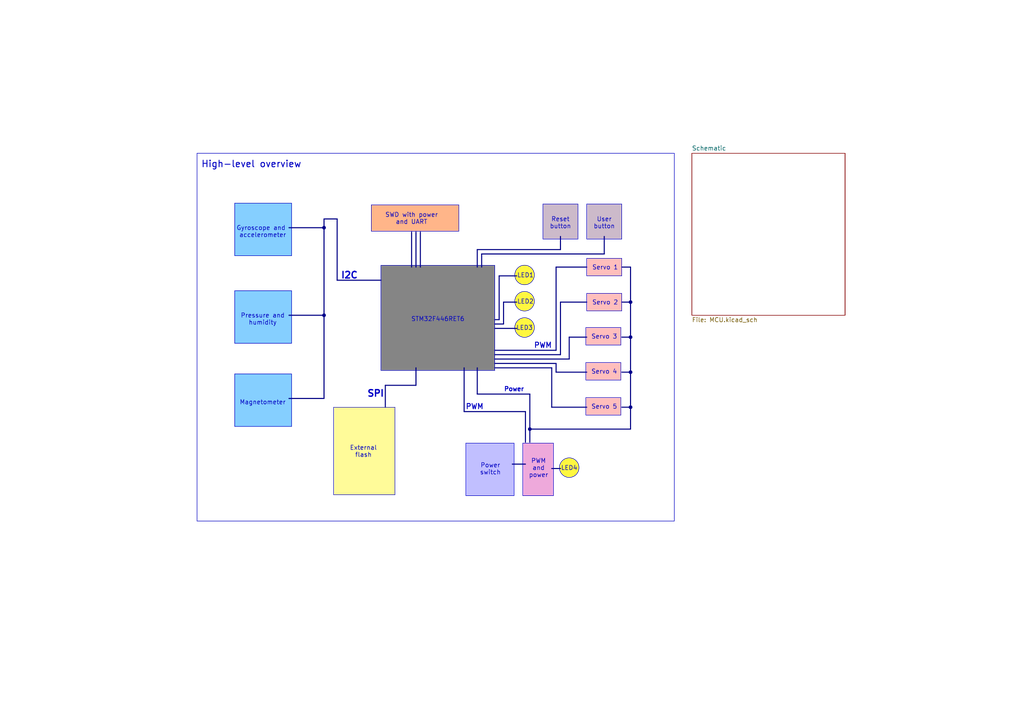
<source format=kicad_sch>
(kicad_sch
	(version 20250114)
	(generator "eeschema")
	(generator_version "9.0")
	(uuid "d80510cd-8677-4100-826a-dea5fdab36f5")
	(paper "A4")
	(title_block
		(title "Flight controller")
		(date "2025-08-13")
		(rev "1")
		(company "Majki")
	)
	(lib_symbols)
	(circle
		(center 152.146 94.996)
		(radius 2.8398)
		(stroke
			(width 0)
			(type solid)
		)
		(fill
			(type color)
			(color 255 247 63 1)
		)
		(uuid 05203edd-4a24-459f-893a-47a9f9549a27)
	)
	(rectangle
		(start 135.128 128.524)
		(end 149.098 143.764)
		(stroke
			(width 0)
			(type solid)
		)
		(fill
			(type color)
			(color 193 191 255 1)
		)
		(uuid 14c21f26-a767-4bb0-9e8e-674174947456)
	)
	(rectangle
		(start 68.072 58.928)
		(end 84.582 74.168)
		(stroke
			(width 0)
			(type solid)
		)
		(fill
			(type color)
			(color 100 193 255 0.78)
		)
		(uuid 17904b8a-5ae8-4698-96c9-a086f80eaf8e)
	)
	(rectangle
		(start 170.18 85.09)
		(end 180.34 90.17)
		(stroke
			(width 0)
			(type solid)
		)
		(fill
			(type color)
			(color 255 190 188 1)
		)
		(uuid 20026207-32cf-4ab1-b4f5-c3c8648b72e3)
	)
	(rectangle
		(start 107.696 59.436)
		(end 133.096 67.056)
		(stroke
			(width 0)
			(type solid)
		)
		(fill
			(type color)
			(color 255 181 137 1)
		)
		(uuid 2b20c04c-3e3d-4d52-a58f-e18230f3f17e)
	)
	(rectangle
		(start 68.072 84.328)
		(end 84.582 99.568)
		(stroke
			(width 0)
			(type solid)
		)
		(fill
			(type color)
			(color 100 193 255 0.78)
		)
		(uuid 39932c12-889c-4569-bb30-da6577d620f5)
	)
	(rectangle
		(start 169.926 94.996)
		(end 180.086 100.076)
		(stroke
			(width 0)
			(type solid)
		)
		(fill
			(type color)
			(color 255 190 188 1)
		)
		(uuid 3a55075d-8285-4c00-b8cd-df8bd9c57be2)
	)
	(circle
		(center 152.146 79.756)
		(radius 2.8398)
		(stroke
			(width 0)
			(type solid)
		)
		(fill
			(type color)
			(color 255 247 63 1)
		)
		(uuid 667dff4e-8095-4727-b9c7-2a69399babfc)
	)
	(circle
		(center 165.1 135.636)
		(radius 2.8398)
		(stroke
			(width 0)
			(type solid)
		)
		(fill
			(type color)
			(color 255 247 63 1)
		)
		(uuid 6960fb7f-d6e3-46e3-93d1-269e15ec0e24)
	)
	(rectangle
		(start 68.072 108.458)
		(end 84.582 123.698)
		(stroke
			(width 0)
			(type solid)
		)
		(fill
			(type color)
			(color 100 193 255 0.78)
		)
		(uuid 7c0239b7-546b-4527-8e6c-9fa777c1ff90)
	)
	(rectangle
		(start 170.18 59.182)
		(end 180.34 69.342)
		(stroke
			(width 0)
			(type solid)
		)
		(fill
			(type color)
			(color 204 186 202 1)
		)
		(uuid 85b965ef-3d28-4143-938b-e579f8174237)
	)
	(rectangle
		(start 157.48 59.182)
		(end 167.64 69.342)
		(stroke
			(width 0)
			(type solid)
		)
		(fill
			(type color)
			(color 204 186 202 1)
		)
		(uuid a1ea6e97-e7a1-4127-84e4-c7921277baad)
	)
	(rectangle
		(start 151.638 128.524)
		(end 160.528 143.764)
		(stroke
			(width 0)
			(type solid)
		)
		(fill
			(type color)
			(color 238 169 219 1)
		)
		(uuid a1f63b54-b9fd-461d-ba05-97787e2db8c5)
	)
	(rectangle
		(start 169.926 105.156)
		(end 180.086 110.236)
		(stroke
			(width 0)
			(type solid)
		)
		(fill
			(type color)
			(color 255 190 188 1)
		)
		(uuid ab88b012-3705-4067-b35d-9d871d559638)
	)
	(circle
		(center 152.146 87.376)
		(radius 2.8398)
		(stroke
			(width 0)
			(type solid)
		)
		(fill
			(type color)
			(color 255 247 63 1)
		)
		(uuid b633cbca-5475-4619-9068-9a791c5acb58)
	)
	(rectangle
		(start 170.18 74.93)
		(end 180.34 80.01)
		(stroke
			(width 0)
			(type solid)
		)
		(fill
			(type color)
			(color 255 190 188 1)
		)
		(uuid c97b7d48-334d-47a4-b66e-e48b069f4014)
	)
	(rectangle
		(start 96.774 118.11)
		(end 114.554 143.51)
		(stroke
			(width 0)
			(type solid)
		)
		(fill
			(type color)
			(color 255 251 153 1)
		)
		(uuid cdb1d9ac-3b63-4e81-9612-095731f9d5ae)
	)
	(rectangle
		(start 57.15 44.45)
		(end 195.58 151.13)
		(stroke
			(width 0)
			(type default)
		)
		(fill
			(type none)
		)
		(uuid d1560458-8407-4948-9586-f453f6f608fa)
	)
	(rectangle
		(start 110.49 76.962)
		(end 143.51 107.442)
		(stroke
			(width 0)
			(type solid)
		)
		(fill
			(type color)
			(color 133 133 133 1)
		)
		(uuid dc96428f-66e9-4fb6-9650-c59fa5cfe073)
	)
	(rectangle
		(start 169.926 115.316)
		(end 180.086 120.396)
		(stroke
			(width 0)
			(type solid)
		)
		(fill
			(type color)
			(color 255 190 188 1)
		)
		(uuid e18c6e02-7048-47b7-a5b3-4f463c974311)
	)
	(text "I2C"
		(exclude_from_sim no)
		(at 101.346 80.01 0)
		(effects
			(font
				(size 1.905 1.905)
				(thickness 0.381)
				(bold yes)
			)
		)
		(uuid "05b7240e-2298-4697-bdea-f6b39f689f7f")
	)
	(text "PWM"
		(exclude_from_sim no)
		(at 157.48 100.33 0)
		(effects
			(font
				(size 1.524 1.524)
				(thickness 0.254)
				(bold yes)
			)
		)
		(uuid "186b1178-f968-4a44-859e-45dd8287d4ab")
	)
	(text "Servo 4"
		(exclude_from_sim no)
		(at 175.26 107.95 0)
		(effects
			(font
				(size 1.27 1.27)
			)
		)
		(uuid "1b97f276-9128-4274-a043-a06f68a8b5e5")
	)
	(text "Magnetometer"
		(exclude_from_sim no)
		(at 76.2 116.84 0)
		(effects
			(font
				(size 1.27 1.27)
			)
		)
		(uuid "23283a6e-cd74-4adf-b9e4-40d9335f4256")
	)
	(text "Servo 5"
		(exclude_from_sim no)
		(at 175.26 118.11 0)
		(effects
			(font
				(size 1.27 1.27)
			)
		)
		(uuid "27ca2fb3-2251-40fa-a134-feb97ee34001")
	)
	(text "External\nflash\n"
		(exclude_from_sim no)
		(at 105.41 131.064 0)
		(effects
			(font
				(size 1.27 1.27)
			)
		)
		(uuid "31fb140c-fd25-4352-bb73-6fd2b881c8da")
	)
	(text "Servo 3"
		(exclude_from_sim no)
		(at 175.26 97.79 0)
		(effects
			(font
				(size 1.27 1.27)
			)
		)
		(uuid "37fd9821-ba4f-460b-a068-9a779f4a00b0")
	)
	(text "User\nbutton"
		(exclude_from_sim no)
		(at 175.26 64.77 0)
		(effects
			(font
				(size 1.27 1.27)
			)
		)
		(uuid "3e4ca4cf-e006-413a-a97f-3ca0afab3371")
	)
	(text "LED1\n"
		(exclude_from_sim no)
		(at 152.4 80.01 0)
		(effects
			(font
				(size 1.27 1.27)
			)
		)
		(uuid "43d65357-9cdd-41b5-98dc-0b3ad9dd4773")
	)
	(text "LED4"
		(exclude_from_sim no)
		(at 165.1 135.89 0)
		(effects
			(font
				(size 1.27 1.27)
			)
		)
		(uuid "4aa29848-d8b0-4c60-b17b-8799ae275d4e")
	)
	(text "Pressure and\nhumidity\n"
		(exclude_from_sim no)
		(at 76.2 92.71 0)
		(effects
			(font
				(size 1.27 1.27)
			)
		)
		(uuid "4d129da4-2afb-4841-8a41-59802cd98841")
	)
	(text "LED3"
		(exclude_from_sim no)
		(at 152.146 95.25 0)
		(effects
			(font
				(size 1.27 1.27)
			)
		)
		(uuid "4f134187-9120-4b04-b633-ad89b84d0cdd")
	)
	(text "Power"
		(exclude_from_sim no)
		(at 149.098 113.03 0)
		(effects
			(font
				(size 1.27 1.27)
				(thickness 0.254)
				(bold yes)
			)
		)
		(uuid "558b0dca-63d3-4c84-b637-8516a07e195f")
	)
	(text "SPI"
		(exclude_from_sim no)
		(at 108.966 114.3 0)
		(effects
			(font
				(size 1.905 1.905)
				(thickness 0.381)
				(bold yes)
			)
		)
		(uuid "703fab2a-0f87-4ac9-a617-21add22b552d")
	)
	(text "Servo 1"
		(exclude_from_sim no)
		(at 175.514 77.724 0)
		(effects
			(font
				(size 1.27 1.27)
			)
		)
		(uuid "732b0cdf-3c83-4fed-83f6-c6bc7fe9b07a")
	)
	(text "High-level overview"
		(exclude_from_sim no)
		(at 72.898 47.752 0)
		(effects
			(font
				(size 1.905 1.905)
				(thickness 0.254)
				(bold yes)
			)
		)
		(uuid "7a4514eb-a860-4f7c-b93f-820a66132755")
	)
	(text "Power\nswitch"
		(exclude_from_sim no)
		(at 142.24 136.144 0)
		(effects
			(font
				(size 1.27 1.27)
			)
		)
		(uuid "7bfc2011-76d1-4546-9dc4-94c5c0ab2398")
	)
	(text "Reset\nbutton"
		(exclude_from_sim no)
		(at 162.56 64.77 0)
		(effects
			(font
				(size 1.27 1.27)
			)
		)
		(uuid "813837a3-e9d9-4535-b74f-ec5f248dd34c")
	)
	(text "LED2\n"
		(exclude_from_sim no)
		(at 152.4 87.63 0)
		(effects
			(font
				(size 1.27 1.27)
			)
		)
		(uuid "96498dff-be06-47e7-acb0-668dc7b76758")
	)
	(text "Gyroscope and \naccelerometer"
		(exclude_from_sim no)
		(at 76.2 67.31 0)
		(effects
			(font
				(size 1.27 1.27)
			)
		)
		(uuid "ab019a20-643d-4445-9fa5-3ce27870f28a")
	)
	(text "PWM\nand\npower"
		(exclude_from_sim no)
		(at 156.21 135.89 0)
		(effects
			(font
				(size 1.27 1.27)
			)
		)
		(uuid "c4c044fc-d608-4fc3-a537-10bb4470d1a3")
	)
	(text "PWM"
		(exclude_from_sim no)
		(at 137.668 118.11 0)
		(effects
			(font
				(size 1.524 1.524)
				(thickness 0.254)
				(bold yes)
			)
		)
		(uuid "c9de6819-543e-4028-a5f9-9fb9e9fbdbd9")
	)
	(text "SWD with power\nand UART\n"
		(exclude_from_sim no)
		(at 119.38 63.5 0)
		(effects
			(font
				(size 1.27 1.27)
			)
		)
		(uuid "cdbae093-0b52-4af2-af7a-76f95a5c2fc9")
	)
	(text "Servo 2"
		(exclude_from_sim no)
		(at 175.514 87.884 0)
		(effects
			(font
				(size 1.27 1.27)
			)
		)
		(uuid "f1bc4300-891c-438c-a477-f172515a28f2")
	)
	(text "STM32F446RET6"
		(exclude_from_sim no)
		(at 127 92.71 0)
		(effects
			(font
				(size 1.27 1.27)
			)
		)
		(uuid "fb605811-a7a2-41f8-8f0c-9134a0263005")
	)
	(junction
		(at 182.88 87.63)
		(diameter 0)
		(color 0 0 0 0)
		(uuid "11042f15-ab2f-4eae-a4c7-7d10ad7e756e")
	)
	(junction
		(at 93.98 91.44)
		(diameter 0)
		(color 0 0 0 0)
		(uuid "3a6c124c-278d-455d-ac74-268c4c006f71")
	)
	(junction
		(at 182.88 107.95)
		(diameter 0)
		(color 0 0 0 0)
		(uuid "43760fa2-852d-448d-866f-64b67087dc25")
	)
	(junction
		(at 182.88 118.11)
		(diameter 0)
		(color 0 0 0 0)
		(uuid "458c5771-cbcd-4b44-a512-301e19698ac1")
	)
	(junction
		(at 153.67 124.46)
		(diameter 0)
		(color 0 0 0 0)
		(uuid "5758756c-fa34-48da-899d-defc00e466da")
	)
	(junction
		(at 93.98 66.04)
		(diameter 0)
		(color 0 0 0 0)
		(uuid "659f0d78-9329-4fa3-98a8-db968b1e3f44")
	)
	(junction
		(at 182.88 97.79)
		(diameter 0)
		(color 0 0 0 0)
		(uuid "d1879a02-0ef8-4b11-aa67-f3ffbff4101d")
	)
	(bus
		(pts
			(xy 138.43 72.39) (xy 138.43 77.47)
		)
		(stroke
			(width 0)
			(type default)
		)
		(uuid "15fb1781-4817-4919-8754-1b7514eda611")
	)
	(bus
		(pts
			(xy 134.62 106.68) (xy 134.62 119.38)
		)
		(stroke
			(width 0)
			(type default)
		)
		(uuid "177c8e50-c587-469b-b7d6-6f02b12763f7")
	)
	(bus
		(pts
			(xy 152.4 119.38) (xy 152.4 128.27)
		)
		(stroke
			(width 0)
			(type default)
		)
		(uuid "1b2a189c-75f1-402d-8dc9-109191f12d85")
	)
	(bus
		(pts
			(xy 138.43 106.68) (xy 138.43 114.3)
		)
		(stroke
			(width 0)
			(type default)
		)
		(uuid "1bd0bbd2-2538-4eef-8bbc-64acbd56a05b")
	)
	(bus
		(pts
			(xy 146.05 87.63) (xy 146.05 93.98)
		)
		(stroke
			(width 0)
			(type default)
		)
		(uuid "1e19b47b-22f0-4504-b505-c7d425d8ac32")
	)
	(bus
		(pts
			(xy 170.18 107.95) (xy 161.29 107.95)
		)
		(stroke
			(width 0)
			(type default)
		)
		(uuid "21588fbf-b04f-4c70-9d6e-42b043ca1ba8")
	)
	(bus
		(pts
			(xy 152.4 119.38) (xy 134.62 119.38)
		)
		(stroke
			(width 0)
			(type default)
		)
		(uuid "2270ba54-3f89-4061-85fe-d661013b007e")
	)
	(bus
		(pts
			(xy 97.79 63.5) (xy 97.79 81.28)
		)
		(stroke
			(width 0)
			(type default)
		)
		(uuid "28530282-7e85-4add-8262-74826de8e160")
	)
	(bus
		(pts
			(xy 120.65 106.68) (xy 120.65 111.76)
		)
		(stroke
			(width 0)
			(type default)
		)
		(uuid "29552fed-b9ac-4fa2-9126-131728e68d35")
	)
	(bus
		(pts
			(xy 143.51 106.68) (xy 160.02 106.68)
		)
		(stroke
			(width 0)
			(type default)
		)
		(uuid "2ddbe0d9-9727-42b8-80dd-a2f1a949647a")
	)
	(bus
		(pts
			(xy 97.79 81.28) (xy 110.49 81.28)
		)
		(stroke
			(width 0)
			(type default)
		)
		(uuid "2e2a9ee5-6222-471c-9e8e-d746fc535578")
	)
	(bus
		(pts
			(xy 180.34 118.11) (xy 182.88 118.11)
		)
		(stroke
			(width 0)
			(type default)
		)
		(uuid "301031c1-571e-4681-84a3-6b7ec8605c8d")
	)
	(bus
		(pts
			(xy 170.18 118.11) (xy 160.02 118.11)
		)
		(stroke
			(width 0)
			(type default)
		)
		(uuid "352f040a-7735-4ebd-8077-380ec89e7c6e")
	)
	(bus
		(pts
			(xy 153.67 124.46) (xy 153.67 114.3)
		)
		(stroke
			(width 0)
			(type default)
		)
		(uuid "37bf9930-6fb7-4173-9667-f4764ebb536c")
	)
	(bus
		(pts
			(xy 182.88 107.95) (xy 182.88 97.79)
		)
		(stroke
			(width 0)
			(type default)
		)
		(uuid "3b5bbbae-f4c1-434b-b73a-39d37ecb84b2")
	)
	(bus
		(pts
			(xy 83.82 91.44) (xy 93.98 91.44)
		)
		(stroke
			(width 0)
			(type default)
		)
		(uuid "3d65eaf2-333c-4f84-856b-10c1ef9877ed")
	)
	(bus
		(pts
			(xy 143.51 93.98) (xy 146.05 93.98)
		)
		(stroke
			(width 0)
			(type default)
		)
		(uuid "3ee71b48-0f49-4f4e-970b-1c9ef7575b95")
	)
	(bus
		(pts
			(xy 148.59 134.62) (xy 152.4 134.62)
		)
		(stroke
			(width 0)
			(type default)
		)
		(uuid "47b99dd8-5714-4905-b42a-442f59f2cdc7")
	)
	(bus
		(pts
			(xy 143.51 105.41) (xy 161.29 105.41)
		)
		(stroke
			(width 0)
			(type default)
		)
		(uuid "4c30f24c-a2ab-42af-9b44-0e5e31b996f0")
	)
	(bus
		(pts
			(xy 161.29 107.95) (xy 161.29 105.41)
		)
		(stroke
			(width 0)
			(type default)
		)
		(uuid "4e8e56f4-5417-4732-ba8c-cee0321c31e5")
	)
	(bus
		(pts
			(xy 149.86 87.63) (xy 146.05 87.63)
		)
		(stroke
			(width 0)
			(type default)
		)
		(uuid "549b8df4-8b2f-49aa-abc9-06cbec565c25")
	)
	(bus
		(pts
			(xy 143.51 95.25) (xy 149.86 95.25)
		)
		(stroke
			(width 0)
			(type default)
		)
		(uuid "5bae08b0-93ff-46cb-96d0-828e98869ff5")
	)
	(bus
		(pts
			(xy 83.82 66.04) (xy 93.98 66.04)
		)
		(stroke
			(width 0)
			(type default)
		)
		(uuid "5e1fe91e-d9e0-4ac2-8810-85738c9745c1")
	)
	(bus
		(pts
			(xy 182.88 118.11) (xy 182.88 107.95)
		)
		(stroke
			(width 0)
			(type default)
		)
		(uuid "5ec84faf-d9f2-449e-bbe0-5eb0927d3e6a")
	)
	(bus
		(pts
			(xy 165.1 97.79) (xy 165.1 104.14)
		)
		(stroke
			(width 0)
			(type default)
		)
		(uuid "5f47be43-2598-434b-9b4b-db4cf60229a4")
	)
	(bus
		(pts
			(xy 111.76 118.11) (xy 111.76 111.76)
		)
		(stroke
			(width 0)
			(type default)
		)
		(uuid "67250082-6f87-4870-be6b-ab1b4a03c443")
	)
	(bus
		(pts
			(xy 83.82 115.57) (xy 93.98 115.57)
		)
		(stroke
			(width 0)
			(type default)
		)
		(uuid "709009b3-8b13-4c8e-a740-1647aa9c7c58")
	)
	(bus
		(pts
			(xy 161.29 77.47) (xy 161.29 101.6)
		)
		(stroke
			(width 0)
			(type default)
		)
		(uuid "7ee8bb5b-d624-43a8-8385-781a60728b18")
	)
	(bus
		(pts
			(xy 121.92 67.31) (xy 121.92 77.47)
		)
		(stroke
			(width 0)
			(type default)
		)
		(uuid "832d06dc-74ae-420a-b9ed-50799b727ff3")
	)
	(bus
		(pts
			(xy 153.67 124.46) (xy 182.88 124.46)
		)
		(stroke
			(width 0)
			(type default)
		)
		(uuid "8c0bf305-a4dd-4e78-a51c-64d07a6bea89")
	)
	(bus
		(pts
			(xy 149.86 80.01) (xy 144.78 80.01)
		)
		(stroke
			(width 0)
			(type default)
		)
		(uuid "8f5ecb2b-a254-493c-87f6-faf110220b17")
	)
	(bus
		(pts
			(xy 119.38 67.31) (xy 119.38 77.47)
		)
		(stroke
			(width 0)
			(type default)
		)
		(uuid "9120e295-639b-4d39-89da-c52bbae0ac1d")
	)
	(bus
		(pts
			(xy 182.88 87.63) (xy 182.88 77.47)
		)
		(stroke
			(width 0)
			(type default)
		)
		(uuid "943b2b2b-db8a-477d-9e88-2d3d1cdac97c")
	)
	(bus
		(pts
			(xy 120.65 67.31) (xy 120.65 77.47)
		)
		(stroke
			(width 0)
			(type default)
		)
		(uuid "9a001265-e415-42d3-b1be-945480ef50a2")
	)
	(bus
		(pts
			(xy 143.51 102.87) (xy 162.56 102.87)
		)
		(stroke
			(width 0)
			(type default)
		)
		(uuid "9a58c118-14aa-41b4-a063-d5f1a0749799")
	)
	(bus
		(pts
			(xy 182.88 124.46) (xy 182.88 118.11)
		)
		(stroke
			(width 0)
			(type default)
		)
		(uuid "9b585cd2-3628-4663-9565-b2c1dfd4bd2b")
	)
	(bus
		(pts
			(xy 143.51 92.71) (xy 144.78 92.71)
		)
		(stroke
			(width 0)
			(type default)
		)
		(uuid "a0c2c6a6-9556-4f9d-ba33-528e5e7aa41c")
	)
	(bus
		(pts
			(xy 182.88 97.79) (xy 182.88 87.63)
		)
		(stroke
			(width 0)
			(type default)
		)
		(uuid "a0cc1c1e-e87d-45ef-9be6-abc8d817a73f")
	)
	(bus
		(pts
			(xy 175.26 68.58) (xy 175.26 73.66)
		)
		(stroke
			(width 0)
			(type default)
		)
		(uuid "a5a6b402-82f0-4df0-9037-b018e47ea20a")
	)
	(bus
		(pts
			(xy 143.51 101.6) (xy 161.29 101.6)
		)
		(stroke
			(width 0)
			(type default)
		)
		(uuid "a683d033-008d-47db-8564-1681628c3ed4")
	)
	(bus
		(pts
			(xy 160.02 118.11) (xy 160.02 106.68)
		)
		(stroke
			(width 0)
			(type default)
		)
		(uuid "a8bb86af-563c-4b1f-89a9-b8ae523dc01e")
	)
	(bus
		(pts
			(xy 180.34 77.47) (xy 182.88 77.47)
		)
		(stroke
			(width 0)
			(type default)
		)
		(uuid "ad8e0be0-d7ae-49ef-ad7b-d04ce6689551")
	)
	(bus
		(pts
			(xy 175.26 73.66) (xy 139.7 73.66)
		)
		(stroke
			(width 0)
			(type default)
		)
		(uuid "b814282d-f979-4019-a83d-ae1eba034ef4")
	)
	(bus
		(pts
			(xy 170.18 87.63) (xy 162.56 87.63)
		)
		(stroke
			(width 0)
			(type default)
		)
		(uuid "b9b51824-c5e3-44ac-8243-502b0fec8f61")
	)
	(bus
		(pts
			(xy 180.34 107.95) (xy 182.88 107.95)
		)
		(stroke
			(width 0)
			(type default)
		)
		(uuid "bc98d438-227c-4c89-8b0c-c4e7700af0dc")
	)
	(bus
		(pts
			(xy 143.51 104.14) (xy 165.1 104.14)
		)
		(stroke
			(width 0)
			(type default)
		)
		(uuid "bf374064-0494-4c6c-ba5b-fd03f54fa565")
	)
	(bus
		(pts
			(xy 144.78 80.01) (xy 144.78 92.71)
		)
		(stroke
			(width 0)
			(type default)
		)
		(uuid "c651dd8d-040a-4bb7-84b3-7db00a021546")
	)
	(bus
		(pts
			(xy 162.56 87.63) (xy 162.56 102.87)
		)
		(stroke
			(width 0)
			(type default)
		)
		(uuid "cca2ff15-bce2-4d77-89a3-440f4dffec04")
	)
	(bus
		(pts
			(xy 170.18 97.79) (xy 165.1 97.79)
		)
		(stroke
			(width 0)
			(type default)
		)
		(uuid "d3209eb0-382f-459c-b232-a0de54257814")
	)
	(bus
		(pts
			(xy 153.67 114.3) (xy 138.43 114.3)
		)
		(stroke
			(width 0)
			(type default)
		)
		(uuid "d680dfb9-0d71-4c73-a22a-77f818e38283")
	)
	(bus
		(pts
			(xy 162.56 72.39) (xy 138.43 72.39)
		)
		(stroke
			(width 0)
			(type default)
		)
		(uuid "d6ef3718-8ec8-4720-aef9-2370a8a3603c")
	)
	(bus
		(pts
			(xy 93.98 91.44) (xy 93.98 115.57)
		)
		(stroke
			(width 0)
			(type default)
		)
		(uuid "db51df08-1710-4f6e-9221-18c4494280d9")
	)
	(bus
		(pts
			(xy 139.7 73.66) (xy 139.7 77.47)
		)
		(stroke
			(width 0)
			(type default)
		)
		(uuid "dc8b43bb-7de1-4163-bea2-8e093c0a1e07")
	)
	(bus
		(pts
			(xy 160.02 135.89) (xy 162.56 135.89)
		)
		(stroke
			(width 0)
			(type default)
		)
		(uuid "dcb8add4-cf52-422d-9ad5-91fa4eeb89b9")
	)
	(bus
		(pts
			(xy 180.34 87.63) (xy 182.88 87.63)
		)
		(stroke
			(width 0)
			(type default)
		)
		(uuid "dd547218-e458-41e3-a7ce-51a73a9b18e8")
	)
	(bus
		(pts
			(xy 93.98 66.04) (xy 93.98 91.44)
		)
		(stroke
			(width 0)
			(type default)
		)
		(uuid "ded06372-50d6-4790-9903-190891a58884")
	)
	(bus
		(pts
			(xy 111.76 111.76) (xy 120.65 111.76)
		)
		(stroke
			(width 0)
			(type default)
		)
		(uuid "e7f7038a-6f47-4d0b-9e5b-7c221672a4d1")
	)
	(bus
		(pts
			(xy 93.98 66.04) (xy 93.98 63.5)
		)
		(stroke
			(width 0)
			(type default)
		)
		(uuid "f04e3a2c-c8ee-4d03-a178-f74f9f05b315")
	)
	(bus
		(pts
			(xy 170.18 77.47) (xy 161.29 77.47)
		)
		(stroke
			(width 0)
			(type default)
		)
		(uuid "f08ccef8-6484-4691-ac44-97c5df310c14")
	)
	(bus
		(pts
			(xy 180.34 97.79) (xy 182.88 97.79)
		)
		(stroke
			(width 0)
			(type default)
		)
		(uuid "f49d0c66-a441-4dd2-8286-64355b8d797c")
	)
	(bus
		(pts
			(xy 93.98 63.5) (xy 97.79 63.5)
		)
		(stroke
			(width 0)
			(type default)
		)
		(uuid "f8e86beb-1e1f-4b77-9dce-82a43c3efbb9")
	)
	(bus
		(pts
			(xy 153.67 128.27) (xy 153.67 124.46)
		)
		(stroke
			(width 0)
			(type default)
		)
		(uuid "fd605823-b351-40c8-b0c4-88aa7c11bcc2")
	)
	(bus
		(pts
			(xy 162.56 68.58) (xy 162.56 72.39)
		)
		(stroke
			(width 0)
			(type default)
		)
		(uuid "fe590a85-69d5-4747-ad27-16cd8230f89a")
	)
	(sheet
		(at 200.66 44.45)
		(size 44.45 46.99)
		(exclude_from_sim no)
		(in_bom yes)
		(on_board yes)
		(dnp no)
		(fields_autoplaced yes)
		(stroke
			(width 0.1524)
			(type solid)
		)
		(fill
			(color 0 0 0 0.0000)
		)
		(uuid "965fd84f-35a9-4d54-989e-a56b984356e8")
		(property "Sheetname" "Schematic"
			(at 200.66 43.7384 0)
			(effects
				(font
					(size 1.27 1.27)
				)
				(justify left bottom)
			)
		)
		(property "Sheetfile" "MCU.kicad_sch"
			(at 200.66 92.0246 0)
			(effects
				(font
					(size 1.27 1.27)
				)
				(justify left top)
			)
		)
		(instances
			(project "gambos-pcb"
				(path "/d80510cd-8677-4100-826a-dea5fdab36f5"
					(page "2")
				)
			)
		)
	)
	(sheet_instances
		(path "/"
			(page "1")
		)
	)
	(embedded_fonts no)
)

</source>
